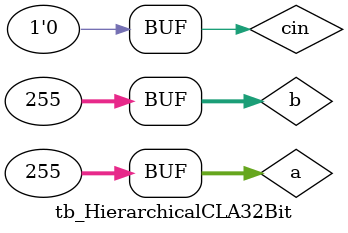
<source format=v>
`timescale 1ns/100ps
module tb_HierarchicalCLA32Bit;
    parameter n = 32; 
    reg [n-1:0] a,b;
    reg cin;
    wire cout;
    wire [n-1:0] sum;
    HierarchicalCLA32Bit dut(
        .A(a),
        .B(b),
        .Cin(cin),
        .S(sum),
        .Cout(cout)
        );
    initial begin
        a=32'd0;
        b=32'd0;
        cin=0;
    end    
    initial begin
        #100
        #100 a=32'd0;
        #100 b=32'd0;
        #100 a=32'd1;
        #100 b=32'd1;
        #100 a=32'd2;
        #100 b=32'd2;
        #100 a=32'd3;
        #100 b=32'd3;
        #100 a=32'd4;
        #100 b=32'd4;
        #100 a=32'd5;
        #100 b=32'd5;
        #100 a=32'd6;
        #100 b=32'd6;
        #100 a=32'd7;
        #100 b=32'd7;
        #100 a=32'd8;
        #100 b=32'd8;
        #100 a=32'd9;
        #100 b=32'd9; 
        #100 a=32'd10;
        #100 b=32'd10;
        #100 a=32'd11;
        #100 b=32'd11;
        #100 a=32'd12;
        #100 b=32'd12;
        #100 a=32'd13;
        #100 b=32'd13;
        #100 a=32'd14;
        #100 b=32'd14;
        #100 a=32'd15;
        #100 b=32'd15;
        #100 a=32'd40;
        #100 b=32'd40;  
        #100 a=32'd65;
        #100 b=32'd65;
        #100 a=32'd90;
        #100 b=32'd90;
        #100 a=8'd115;
        #100 b=8'd115;
        #100 a=32'd140;
        #100 b=32'd140;
        #100 a=32'd165;
        #100 b=32'd165;
        #100 a=32'd190;
        #100 b=32'd190;
        #100 a=32'd215;
        #100 b=32'd215;
        #100 a=32'd240;
        #100 b=32'd240;
        #100 a=32'd255;
        #100 b=32'd255;
        #100;
    end
endmodule
</source>
